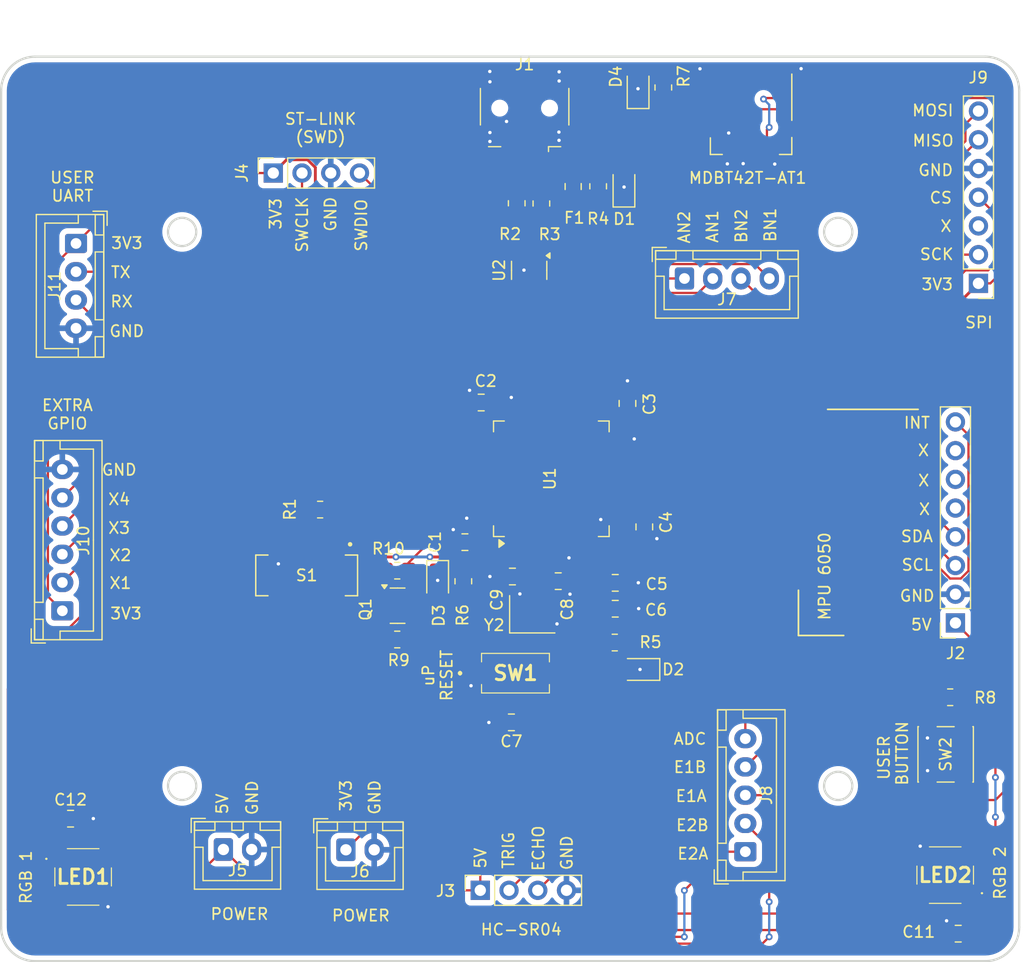
<source format=kicad_pcb>
(kicad_pcb (version 20241229) (generator "pcbnew") (generator_version "9.0")
  (layers (0 "F.Cu" signal) (2 "B.Cu" signal) (13 "F.Paste" user) (15 "B.Paste" user) (5 "F.SilkS" user "F.Silkscreen") (7 "B.SilkS" user "B.Silkscreen") (1 "F.Mask" user) (3 "B.Mask" user) (25 "Edge.Cuts" user))
  (net 0 "")
  (net 1 "unconnected-(U1-PA5-Pad21)")
  (net 2 "/PS2_SCK")
  (net 3 "/PS2_MISO")
  (net 5 "/PS2_CS")
  (net 6 "/PS2_MOSI")
  (net 7 "Net-(U1-PA1)")
  (net 9 "/X4")
  (net 10 "/X3")
  (net 11 "/X1")
  (net 12 "/X2")
  (net 13 "/USER_TX")
  (net 16 "/USER_RX")
  (net 21 "/RESET")
  (net 28 "+3V3")
  (net 29 "GND")
  (net 33 "Net-(R1-Pad2)")
  (net 34 "/BOOT")
  (net 35 "/OSC_OUT")
  (net 36 "/OSC_IN")
  (net 37 "Net-(D1-A)")
  (net 39 "/D+")
  (net 40 "/D-")
  (net 41 "Net-(J1-VBUS)")
  (net 42 "/USB_CONN_D+")
  (net 43 "/USB_CONN_D-")
  (net 44 "Vusb")
  (net 45 "/USB_D+")
  (net 46 "/USB_D-")
  (net 47 "Net-(D2-A)")
  (net 48 "Net-(D3-A)")
  (net 49 "/USER_LED")
  (net 51 "+5V")
  (net 52 "/IMU_INT")
  (net 54 "/IMU_I2C_SCL")
  (net 56 "/IMU_I2C_SDA")
  (net 65 "Net-(D4-A)")
  (net 66 "/BL_WAKEUP")
  (net 67 "/BL_RX")
  (net 68 "/BL_TX")
  (net 69 "Net-(MDBT42T-AT1-INDICATOR)")
  (net 70 "/ULTRA_TRIG")
  (net 71 "/ULTRA_ECHO")
  (net 72 "/SWCLK")
  (net 73 "/SWDIO")
  (net 74 "/uBUTTON")
  (net 75 "/BN1")
  (net 76 "/AN1")
  (net 77 "/AN2")
  (net 78 "/BN2")
  (net 79 "/E2A")
  (net 80 "/E2B")
  (net 81 "/E1A")
  (net 82 "/E1B")
  (net 83 "/PWR_ADC")
  (net 84 "Net-(LED1-DOUT)")
  (net 85 "Net-(LED1-DIN)")
  (net 87 "/RGB_DIN")
  (footprint "Resistor_SMD:R_0805_2012Metric_Pad1.20x1.40mm_HandSolder" (layer "F.Cu") (at 137.68 42.715 -90)
    (property "Reference" "R2")
    (property "Value" "22")
  )
  (footprint "Package_QFP:LQFP-64_10x10mm_P0.5mm" (layer "F.Cu") (at 140.74 67.085 90)
    (property "Reference" "U1")
    (property "Value" "STM32F103RCTx")
  )
  (footprint "Resistor_SMD:R_0805_2012Metric_Pad1.20x1.40mm_HandSolder" (layer "F.Cu") (at 127.1175 81.3 180)
    (property "Reference" "R9")
    (property "Value" "10k")
  )
  (footprint "Resistor_SMD:R_0805_2012Metric_Pad1.20x1.40mm_HandSolder" (layer "F.Cu") (at 139.86 42.735 90)
    (property "Reference" "R3")
    (property "Value" "22")
  )
  (footprint "Capacitor_SMD:C_0805_2012Metric_Pad1.18x1.45mm_HandSolder" (layer "F.Cu") (at 98.2375 97.15)
    (property "Reference" "C12")
    (property "Value" "0.1uF")
  )
  (footprint "Connector_JST:JST_XH_B2B-XH-A_1x02_P2.50mm_Vertical" (layer "F.Cu") (at 122.58 99.9)
    (property "Reference" "J6")
    (property "Value" "CONN_3V3")
  )
  (footprint "Connector_PinHeader_2.54mm:PinHeader_1x07_P2.54mm_Vertical" (layer "F.Cu") (at 178.5 49.8 180)
    (property "Reference" "J9")
    (property "Value" "CONN_PS2")
  )
  (footprint "Connector_JST:JST_XH_B5B-XH-A_1x05_P2.50mm_Vertical" (layer "F.Cu") (at 157.89 100.07 90)
    (property "Reference" "J8")
    (property "Value" "CONN_HAL")
  )
  (footprint "Connector_PinSocket_2.54mm:PinSocket_1x08_P2.54mm_Vertical" (layer "F.Cu") (at 176.465 79.835 180)
    (property "Reference" "J2")
    (property "Value" "CONN_MPU6050")
  )
  (footprint "LED_SMD:LED_0805_2012Metric_Pad1.15x1.40mm_HandSolder" (layer "F.Cu") (at 148.41 32.475 90)
    (property "Reference" "D4")
    (property "Value" "BL_IND_LED")
  )
  (footprint "Package_TO_SOT_SMD:SOT-23" (layer "F.Cu") (at 127.1475 78.31)
    (property "Reference" "Q1")
    (property "Value" "BSS138")
  )
  (footprint "LED_SMD:LED_0805_2012Metric_Pad1.15x1.40mm_HandSolder" (layer "F.Cu") (at 130.69 76.18 -90)
    (property "Reference" "D3")
    (property "Value" "USER_LED")
  )
  (footprint "Resistor_SMD:R_0805_2012Metric_Pad1.20x1.40mm_HandSolder" (layer "F.Cu") (at 146.3475 81.57)
    (property "Reference" "R5")
    (property "Value" "10k")
  )
  (footprint "RGB_LED:INPI55TATPRPGPB" (layer "F.Cu") (at 99.35 102.3)
    (property "Reference" "LED1")
    (property "Value" "IN-PI55TATPRPGPB" (hide yes))
  )
  (footprint "Fuse:Fuse_0805_2012Metric_Pad1.15x1.40mm_HandSolder" (layer "F.Cu") (at 142.67 41.235 -90)
    (property "Reference" "F1")
    (property "Value" "PTCSMD")
  )
  (footprint "Capacitor_SMD:C_0805_2012Metric_Pad1.18x1.45mm_HandSolder" (layer "F.Cu") (at 137.3 75.73 180)
    (property "Reference" "C9")
    (property "Value" "22pF")
  )
  (footprint "Resistor_SMD:R_0805_2012Metric_Pad1.20x1.40mm_HandSolder" (layer "F.Cu") (at 127.1175 75.21 180)
    (property "Reference" "R10")
    (property "Value" "10k")
  )
  (footprint "Connector_PinSocket_2.54mm:PinSocket_1x04_P2.54mm_Vertical" (layer "F.Cu") (at 116.16 40.04 90)
    (property "Reference" "J4")
    (property "Value" "CONN_SWD")
  )
  (footprint "Resistor_SMD:R_0805_2012Metric_Pad1.20x1.40mm_HandSolder" (layer "F.Cu") (at 176 86.41)
    (property "Reference" "R8")
    (property "Value" "10k")
  )
  (footprint "Connector_JST:JST_XH_B4B-XH-A_1x04_P2.50mm_Vertical" (layer "F.Cu") (at 98.72 46.27 -90)
    (property "Reference" "J11")
    (property "Value" "CONN_UART")
  )
  (footprint "MDBT42T-AT:MDBT42T" (layer "F.Cu") (at 158.4 32.8)
    (property "Reference" "MDBT42T-AT1" (hide yes))
    (property "Value" "MDBT42T-AT" (hide yes))
  )
  (footprint "Capacitor_SMD:C_0805_2012Metric_Pad1.18x1.45mm_HandSolder" (layer "F.Cu") (at 134.54 60.34 180)
    (property "Reference" "C2")
    (property "Value" "0.1uF")
  )
  (footprint "Resistor_SMD:R_0805_2012Metric_Pad1.20x1.40mm_HandSolder" (layer "F.Cu") (at 132.96 76.15 -90)
    (property "Reference" "R6")
    (property "Value" "10k")
  )
  (footprint "Resistor_SMD:R_0805_2012Metric_Pad1.20x1.40mm_HandSolder" (layer "F.Cu") (at 150.64 32.475 90)
    (property "Reference" "R7")
    (property "Value" "10k")
  )
  (footprint "Capacitor_SMD:C_0805_2012Metric_Pad1.18x1.45mm_HandSolder" (layer "F.Cu") (at 148.96 71.34 -90)
    (property "Reference" "C4")
    (property "Value" "0.1uF")
  )
  (footprint "Package_TO_SOT_SMD:SOT-23-6" (layer "F.Cu") (at 138.78 48.6475 -90)
    (property "Reference" "U2")
    (property "Value" "USBLC6-2SC6")
  )
  (footprint "Capacitor_SMD:C_0805_2012Metric_Pad1.18x1.45mm_HandSolder" (layer "F.Cu") (at 146.39 76.29)
    (property "Reference" "C5")
    (property "Value" "0.1uF")
  )
  (footprint "Connector_PinSocket_2.54mm:PinSocket_1x04_P2.54mm_Vertical" (layer "F.Cu") (at 134.46 103.485 90)
    (property "Reference" "J3")
    (property "Value" "CONN_ULTRA")
  )
  (footprint "Connector_JST:JST_XH_B4B-XH-A_1x04_P2.50mm_Vertical" (layer "F.Cu") (at 152.51 49.37)
    (property "Reference" "J7")
    (property "Value" "CONN_DRIVE")
  )
  (footprint "Crystal:Crystal_SMD_Abracon_ABM8G-4Pin_3.2x2.5mm" (layer "F.Cu") (at 139.0525 79.07)
    (property "Reference" "Y2")
    (property "Value" "16MHz")
  )
  (footprint "SW_uP_Reset:SW_uP_Reset" (layer "F.Cu") (at 137.57 84.28)
    (property "Reference" "SW1")
    (property "Value" "SW_uP_Reset" (hide yes))
  )
  (footprint "Capacitor_SMD:C_0805_2012Metric_Pad1.18x1.45mm_HandSolder" (layer "F.Cu") (at 146.39 78.58)
    (property "Reference" "C6")
    (property "Value" "10uF")
  )
  (footprint "Connector_JST:JST_XH_B2B-XH-A_1x02_P2.50mm_Vertical" (layer "F.Cu") (at 111.75 99.875)
    (property "Reference" "J5")
    (property "Value" "CONN_5V")
  )
  (footprint "LED_SMD:LED_0805_2012Metric_Pad1.15x1.40mm_HandSolder" (layer "F.Cu") (at 148.4675 83.95 180)
    (property "Reference" "D2")
    (property "Value" "uP_PWR_LED")
  )
  (footprint "Capacitor_SMD:C_0805_2012Metric_Pad1.18x1.45mm_HandSolder" (layer "F.Cu") (at 133.1 72.69 180)
    (property "Reference" "C1")
    (property "Value" "0.1uF")
  )
  (footprint "RGB_LED:INPI55TATPRPGPB" (layer "F.Cu") (at 175.56 102.14 180)
    (property "Reference" "LED2")
    (property "Value" "IN-PI55TATPRPGPB" (hide yes))
  )
  (footprint "Capacitor_SMD:C_0805_2012Metric_Pad1.18x1.45mm_HandSolder" (layer "F.Cu") (at 141.35 76.14)
    (property "Reference" "C8")
    (property "Value" "22pF")
  )
  (footprint "Resistor_SMD:R_0805_2012Metric_Pad1.20x1.40mm_HandSolder" (layer "F.Cu") (at 120.3 69.81 180)
    (property "Reference" "R1")
    (property "Value" "10k")
  )
  (footprint "Connector_JST:JST_XH_B6B-XH-A_1x06_P2.50mm_Vertical" (layer "F.Cu") (at 97.51 78.76 90)
    (property "Reference" "J10")
    (property "Value" "CONN_TRACK")
  )
  (footprint "Capacitor_SMD:C_0805_2012Metric_Pad1.18x1.45mm_HandSolder" (layer "F.Cu") (at 147.47 60.42 90)
    (property "Reference" "C3")
    (property "Value" "0.1uF")
  )
  (footprint "Button_Switch_SMD:SW_SPST_PTS647_Sx50" (layer "F.Cu") (at 175.6 91.46 -90)
    (property "Reference" "SW2")
    (property "Value" "SW_USER")
  )
  (footprint "LED_SMD:LED_0805_2012Metric_Pad1.15x1.40mm_HandSolder" (layer "F.Cu") (at 147.16 41.185 90)
    (property "Reference" "D1")
    (property "Value" "USB_PWR_LED")
  )
  (footprint "SW_uP_Boot:SW_uP_Boot" (layer "F.Cu") (at 119.11 75.63 180)
    (property "Reference" "S1")
    (property "Value" "JS202011SCQN")
  )
  (footprint "Capacitor_SMD:C_0805_2012Metric_Pad1.18x1.45mm_HandSolder" (layer "F.Cu") (at 176.71 107.32 180)
    (property "Reference" "C11")
    (property "Value" "0.1uF")
  )
  (footprint "Connector_USB:USB_Mini-B_Lumberg_2486_01_Horizontal" (layer "F.Cu") (at 138.38 34.3 180)
    (property "Reference" "J1")
    (property "Value" "USB_B_Mini")
  )
  (footprint "Capacitor_SMD:C_0805_2012Metric_Pad1.18x1.45mm_HandSolder" (layer "F.Cu") (at 137.21 88.63 180)
    (property "Reference" "C7")
    (property "Value" "0.01uF")
  )
  (footprint "Resistor_SMD:R_0805_2012Metric_Pad1.20x1.40mm_HandSolder" (layer "F.Cu") (at 144.88 41.215 90)
    (property "Reference" "R4")
    (property "Value" "10k")
  )
  (gr_line (start 162.585 80.945) (end 166.585 80.945) (stroke (width 0.15)) (layer "F.SilkS"))
  (gr_line (start 162.585 80.945) (end 162.585 76.945) (stroke (width 0.15)) (layer "F.SilkS"))
  (gr_line (start 173.165 60.945) (end 165.165 60.945) (stroke (width 0.15)) (layer "F.SilkS"))
  (gr_arc (start 179.1 29.750001) (mid 181.22132 30.628681) (end 182.1 32.750001) (stroke (width 0.2)) (layer "Edge.Cuts"))
  (gr_arc (start 182.1 106.750001) (mid 181.22132 108.871321) (end 179.1 109.750001) (stroke (width 0.2)) (layer "Edge.Cuts"))
  (gr_line (start 179.1 29.750001) (end 95.100001 29.750001) (stroke (width 0.2)) (layer "Edge.Cuts"))
  (gr_circle (center 108.1 94.250001) (end 109.35 94.250001) (stroke (width 0.2)) (fill no) (layer "Edge.Cuts"))
  (gr_circle (center 108.1 45.250001) (end 109.35 45.250001) (stroke (width 0.2)) (fill no) (layer "Edge.Cuts"))
  (gr_line (start 179.1 109.750001) (end 95.100001 109.750001) (stroke (width 0.2)) (layer "Edge.Cuts"))
  (gr_arc (start 95.100001 109.750001) (mid 92.97868 108.871321) (end 92.1 106.75) (stroke (width 0.2)) (layer "Edge.Cuts"))
  (gr_arc (start 92.1 32.750002) (mid 92.97868 30.628681) (end 95.100001 29.750001) (stroke (width 0.2)) (layer "Edge.Cuts"))
  (gr_line (start 182.1 106.750001) (end 182.1 32.750001) (stroke (width 0.2)) (layer "Edge.Cuts"))
  (gr_circle (center 166.1 94.250001) (end 167.35 94.250001) (stroke (width 0.2)) (fill no) (layer "Edge.Cuts"))
  (gr_circle (center 166.1 45.250001) (end 167.35 45.250001) (stroke (width 0.2)) (fill no) (layer "Edge.Cuts"))
  (gr_line (start 92.1 106.75) (end 92.1 32.750002) (stroke (width 0.2)) (layer "Edge.Cuts"))
  (gr_text "5V" (at 111.65 95.84 90) (layer "F.SilkS") (effects (font (size 1 1))))
  (gr_text "X2" (at 102.65 73.85 0) (layer "F.SilkS") (effects (font (size 1 1))))
  (gr_text "ECHO" (at 139.6 99.77 90) (layer "F.SilkS") (effects (font (size 1 1))))
  (gr_text "E1B" (at 153 92.59 0) (layer "F.SilkS") (effects (font (size 1 1))))
  (gr_text "AN1" (at 154.98 44.77 90) (layer "F.SilkS") (effects (font (size 1 1))))
  (gr_text "X" (at 173.73 69.78 0) (layer "F.SilkS") (effects (font (size 1 1))))
  (gr_text "GND" (at 121.22 43.68 90) (layer "F.SilkS") (effects (font (size 1 1))))
  (gr_text "MOSI" (at 174.46 34.51 0) (layer "F.SilkS") (effects (font (size 1 1))))
  (gr_text "3V3" (at 103.22 46.24 0) (layer "F.SilkS") (effects (font (size 1 1))))
  (gr_text "E2A" (at 153.25 100.25 0) (layer "F.SilkS") (effects (font (size 1 1))))
  (gr_text "TX" (at 102.68 48.82 0) (layer "F.SilkS") (effects (font (size 1 1))))
  (gr_text "GND" (at 103.21 54.03 0) (layer "F.SilkS") (effects (font (size 1 1))))
  (gr_text "HC-SR04" (at 138.08 106.96 0) (layer "F.SilkS") (effects (font (size 1 1))))
  (gr_text "3V3" (at 116.37 43.65 90) (layer "F.SilkS") (effects (font (size 1 1))))
  (gr_text "E1A" (at 153.1 95.15 0) (layer "F.SilkS") (effects (font (size 1 1))))
  (gr_text "X" (at 175.63 44.74 0) (layer "F.SilkS") (effects (font (size 1 1))))
  (gr_text "RX" (at 102.75 51.41 0) (layer "F.SilkS") (effects (font (size 1 1))))
  (gr_text "X4" (at 102.54 68.9 0) (layer "F.SilkS") (effects (font (size 1 1))))
  (gr_text "SCL" (at 173.1 74.7 0) (layer "F.SilkS") (effects (font (size 1 1))))
  (gr_text "SDA" (at 173.06 72.18 0) (layer "F.SilkS") (effects (font (size 1 1))))
  (gr_text "POWER" (at 123.9 105.72 0) (layer "F.SilkS") (effects (font (size 1 1))))
  (gr_text "GND" (at 125.12 95.26 90) (layer "F.SilkS") (effects (font (size 1 1))))
  (gr_text "3V3" (at 174.86 49.89 0) (layer "F.SilkS") (effects (font (size 1 1))))
  (gr_text "GND" (at 114.29 95.3 90) (layer "F.SilkS") (effects (font (size 1 1))))
  (gr_text "3V3" (at 103.14 79 0) (layer "F.SilkS") (effects (font (size 1 1))))
  (gr_text "MPU 6050" (at 165.485 79.685 90) (layer "F.SilkS") (effects (font (size 1 1)) (justify left bottom)))
  (gr_text "ADC" (at 153 90.09 0) (layer "F.SilkS") (effects (font (size 1 1))))
  (gr_text "uP \nRESET " (at 130.68 84.1 90) (layer "F.SilkS") (effects (font (size 1 1))))
  (gr_text "RGB 1" (at 94.29 102.33 90) (layer "F.SilkS") (effects (font (size 1 1))))
  (gr_text "5V" (at 173.45 79.99 0) (layer "F.SilkS") (effects (font (size 1 1))))
  (gr_text "INT" (at 173.06 62.13 0) (layer "F.SilkS") (effects (font (size 1 1))))
  (gr_text "SWDIO" (at 123.94 44.66 90) (layer "F.SilkS") (effects (font (size 1 1))))
  (gr_text "GND" (at 173.08 77.44 0) (layer "F.SilkS") (effects (font (size 1 1))))
  (gr_text "3V3" (at 122.58 95.11 90) (layer "F.SilkS") (effects (font (size 1 1))))
  (gr_text "SCK" (at 174.81 47.23 0) (layer "F.SilkS") (effects (font (size 1 1))))
  (gr_text "USER\nUART" (at 98.4 41.25 0) (layer "F.SilkS") (effects (font (size 1 1))))
  (gr_text "TRIG" (at 136.95 99.95 90) (layer "F.SilkS") (effects (font (size 1 1))))
  (gr_text "EXTRA\nGPIO" (at 97.96 61.39 0) (layer "F.SilkS") (effects (font (size 1 1))))
  (gr_text "GND\n" (at 174.72 39.79 0) (layer "F.SilkS") (effects (font (size 1 1))))
  (gr_text "GND" (at 102.54 66.29 0) (layer "F.SilkS") (effects (font (size 1 1))))
  (gr_text "X3" (at 102.54 71.44 0) (layer "F.SilkS") (effects (font (size 1 1))))
  (gr_text "X1" (at 102.65 76.31 0) (layer "F.SilkS") (effects (font (size 1 1))))
  (gr_text "X" (at 173.66 67.24 0) (layer "F.SilkS") (effects (font (size 1 1))))
  (gr_text "CS" (at 175.17 42.23 0) (layer "F.SilkS") (effects (font (size 1 1))))
  (gr_text "USER \nBUTTON" (at 170.95 91.37 90) (layer "F.SilkS") (effects (font (size 1 1))))
  (gr_text "BN1" (at 160.1 44.63 90) (layer "F.SilkS") (effects (font (size 1 1))))
  (gr_text "MISO" (at 174.49 37.18 0) (layer "F.SilkS") (effects (font (size 1 1))))
  (gr_text "X" (at 173.64 64.57 0) (layer "F.SilkS") (effects (font (size 1 1))))
  (gr_text "SPI" (at 178.54 53.26 0) (layer "F.SilkS") (effects (font (size 1 1))))
  (gr_text "MDBT42T-AT1" (at 158.1 40.47 0) (layer "F.SilkS") (effects (font (size 1 1))))
  (gr_text "GND" (at 142.11 100.17 90) (layer "F.SilkS") (effects (font (size 1 1))))
  (gr_text "AN2" (at 152.49 44.83 90) (layer "F.SilkS") (effects (font (size 1 1))))
  (gr_text "SWCLK" (at 118.71 44.6 90) (layer "F.SilkS") (effects (font (size 1 1))))
  (gr_text "ST-LINK\n(SWD)" (at 120.34 36.06 0) (layer "F.SilkS") (effects (font (size 1 1))))
  (gr_text "5V" (at 134.48 100.64 90) (layer "F.SilkS") (effects (font (size 1 1))))
  (gr_text "POWER" (at 113.17 105.59 0) (layer "F.SilkS") (effects (font (size 1 1))))
  (gr_text "RGB 2" (at 180.4 101.94 90) (layer "F.SilkS") (effects (font (size 1 1))))
  (gr_text "E2B" (at 153.21 97.73 0) (layer "F.SilkS") (effects (font (size 1 1))))
  (gr_text "BN2" (at 157.54 44.72 90) (layer "F.SilkS") (effects (font (size 1 1))))
  (segment (start 146.415 68.835) (end 146.415 68.884) (width 0.2) (layer "F.Cu") (net 1))
  (segment (start 146.415 68.884) (end 146.5 68.884) (width 0.2) (layer "F.Cu") (net 1))
  (segment (start 145.1342 54) (end 169 54) (width 0.2) (layer "F.Cu") (net 2))
  (segment (start 175.74 47.26) (end 178.5 47.26) (width 0.2) (layer "F.Cu") (net 2))
  (segment (start 143.99 61.41) (end 143.99 55.1442) (width 0.2) (layer "F.Cu") (net 2))
  (segment (start 169 54) (end 175.74 47.26) (width 0.2) (layer "F.Cu") (net 2))
  (segment (start 143.99 55.1442) (end 145.1342 54) (width 0.2) (layer "F.Cu") (net 2))
  (segment (start 146.03355 52.53355) (end 143.5 55.0671) (width 0.2) (layer "F.Cu") (net 3))
  (segment (start 143.5 55.0671) (end 143.5 56) (width 0.2) (layer "F.Cu") (net 3))
  (segment (start 178.5 37.1) (end 163.06645 52.53355) (width 0.2) (layer "F.Cu") (net 3))
  (segment (start 143.49 56.01) (end 143.49 61.41) (width 0.2) (layer "F.Cu") (net 3))
  (segment (start 143.5 56) (end 143.49 56.01) (width 0.2) (layer "F.Cu") (net 3))
  (segment (start 163.06645 52.53355) (end 146.03355 52.53355) (width 0.2) (layer "F.Cu") (net 3))
  (segment (start 180 43.68) (end 180 48) (width 0.2) (layer "F.Cu") (net 5))
  (segment (start 177.349 48.649) (end 179.351 48.649) (width 0.2) (layer "F.Cu") (net 5))
  (segment (start 180 48) (end 179.351 48.649) (width 0.2) (layer "F.Cu") (net 5))
  (segment (start 178.5 42.18) (end 180 43.68) (width 0.2) (layer "F.Cu") (net 5))
  (segment (start 161.569 54.5) (end 172.5 54.5) (width 0.2) (layer "F.Cu") (net 5))
  (segment (start 155.5 60.569) (end 161.569 54.5) (width 0.2) (layer "F.Cu") (net 5))
  (segment (start 155.5 60.569) (end 145.331 60.569) (width 0.2) (layer "F.Cu") (net 5))
  (segment (start 145.331 60.569) (end 144.49 61.41) (width 0.2) (layer "F.Cu") (net 5))
  (segment (start 172.5 54.5) (end 172.5 53.498) (width 0.2) (layer "F.Cu") (net 5))
  (segment (start 172.5 53.498) (end 177.349 48.649) (width 0.2) (layer "F.Cu") (net 5))
  (segment (start 155.5981 60.569) (end 155.5 60.569) (width 0.2) (layer "F.Cu") (net 5))
  (segment (start 142.99 55.01) (end 142.99 61.41) (width 0.2) (layer "F.Cu") (net 6))
  (segment (start 162.5671 52) (end 146 52) (width 0.2) (layer "F.Cu") (net 6))
  (segment (start 177.349 37.2181) (end 162.5671 52) (width 0.2) (layer "F.Cu") (net 6))
  (segment (start 146 52) (end 142.99 55.01) (width 0.2) (layer "F.Cu") (net 6))
  (segment (start 178.5 34.56) (end 177.349 35.711) (width 0.2) (layer "F.Cu") (net 6))
  (segment (start 177.349 35.711) (end 177.349 37.2181) (width 0.2) (layer "F.Cu") (net 6))
  (segment (start 143.99 72.76) (end 144.49 72.76) (width 0.254) (layer "F.Cu") (net 7))
  (segment (start 97.51 68.76) (end 100.935 65.335) (width 0.2) (layer "F.Cu") (net 9))
  (segment (start 100.935 65.335) (end 135.065 65.335) (width 0.2) (layer "F.Cu") (net 9))
  (segment (start 102.935 65.835) (end 135.065 65.835) (width 0.2) (layer "F.Cu") (net 10))
  (segment (start 97.51 71.26) (end 102.935 65.835) (width 0.2) (layer "F.Cu") (net 10))
  (segment (start 97.51 76.26) (end 106.935 66.835) (width 0.2) (layer "F.Cu") (net 11))
  (segment (start 106.935 66.835) (end 135.065 66.835) (width 0.2) (layer "F.Cu") (net 11))
  (segment (start 97.51 73.76) (end 104.935 66.335) (width 0.2) (layer "F.Cu") (net 12))
  (segment (start 104.935 66.335) (end 135.065 66.335) (width 0.2) (layer "F.Cu") (net 12))
  (segment (start 123.835 64.335) (end 135.065 64.335) (width 0.2) (layer "F.Cu") (net 13))
  (segment (start 108.27 48.77) (end 123.835 64.335) (width 0.2) (layer "F.Cu") (net 13))
  (segment (start 98.72 48.77) (end 108.27 48.77) (width 0.2) (layer "F.Cu") (net 13))
  (segment (start 112.285 64.835) (end 135.065 64.835) (width 0.2) (layer "F.Cu") (net 16))
  (segment (start 98.72 51.27) (end 112.285 64.835) (width 0.2) (layer "F.Cu") (net 16))
  (segment (start 143.728608 81.471392) (end 143.728608 75.271392) (width 0.2) (layer "F.Cu") (net 21))
  (segment (start 141.102176 74.681) (end 139.99 73.568824) (width 0.2) (layer "F.Cu") (net 21))
  (segment (start 139.99 73.568824) (end 139.99 72.76) (width 0.2) (layer "F.Cu") (net 21))
  (segment (start 138.2475 86.9525) (end 140.92 84.28) (width 0.2) (layer "F.Cu") (net 21))
  (segment (start 143.728608 75.271392) (end 143.138216 74.681) (width 0.2) (layer "F.Cu") (net 21))
  (segment (start 138.2475 88.63) (end 138.2475 86.9525) (width 0.2) (layer "F.Cu") (net 21))
  (segment (start 140.92 84.28) (end 143.728608 81.471392) (width 0.2) (layer "F.Cu") (net 21))
  (segment (start 143.138216 74.681) (end 141.102176 74.681) (width 0.2) (layer "F.Cu") (net 21))
  (segment (start 127.0185 79.830968) (end 127.2485 79.600968) (width 0.2) (layer "F.Cu") (net 28))
  (segment (start 159.591 33.409) (end 179.408 33.409) (width 0.2) (layer "F.Cu") (net 28))
  (segment (start 147.295 63.335) (end 147.47 63.16) (width 0.254) (layer "F.Cu") (net 28))
  (segment (start 159.8 36.2) (end 160 36) (width 0.2) (layer "F.Cu") (net 28))
  (segment (start 123.7875 72.88) (end 124.95375 74.04625) (width 0.2) (layer "F.Cu") (net 28))
  (segment (start 133.78 71.21) (end 133.78 72.3325) (width 0.254) (layer "F.Cu") (net 28))
  (segment (start 177.05384 95.5) (end 180 95.5) (width 0.2) (layer "F.Cu") (net 28))
  (segment (start 181 56) (end 178.4 53.4) (width 0.2) (layer "F.Cu") (net 28))
  (segment (start 145.3525 78.58) (end 145.3525 76.29) (width 0.508) (layer "F.Cu") (net 28))
  (segment (start 135.6475 60.27) (end 135.5775 60.34) (width 0.254) (layer "F.Cu") (net 28))
  (segment (start 148.4925 69.835) (end 148.96 70.3025) (width 0.254) (layer "F.Cu") (net 28))
  (segment (start 132.8275 74) (end 130 74) (width 0.254) (layer "F.Cu") (net 28))
  (segment (start 159.8 38) (end 159.8 36.2) (width 0.2) (layer "F.Cu") (net 28))
  (segment (start 117.338 38.862) (end 116.16 40.04) (width 0.254) (layer "F.Cu") (net 28))
  (segment (start 147.47 63.16) (end 147.47 61.4575) (width 0.254) (layer "F.Cu") (net 28))
  (segment (start 142.99 72.76) (end 142.99 70.305) (width 0.254) (layer "F.Cu") (net 28))
  (segment (start 124.95375 74.04625) (end 126.1175 75.21) (width 0.2) (layer "F.Cu") (net 28))
  (segment (start 174.9 53.4) (end 178.5 49.8) (width 0.254) (layer "F.Cu") (net 28))
  (segment (start 175 93.44616) (end 177.05384 95.5) (width 0.2) (layer "F.Cu") (net 28))
  (segment (start 142.99 70.305) (end 142.52 69.835) (width 0.254) (layer "F.Cu") (net 28))
  (segment (start 181 94.5) (end 181 56) (width 0.2) (layer "F.Cu") (net 28))
  (segment (start 180 95.5) (end 181 94.5) (width 0.2) (layer "F.Cu") (net 28))
  (segment (start 166.8425 61.4575) (end 174.9 53.4) (width 0.254) (layer "F.Cu") (net 28))
  (segment (start 136.66 60.27) (end 135.6475 60.27) (width 0.254) (layer "F.Cu") (net 28))
  (segment (start 136.99 61.41) (end 136.99 60.6) (width 0.254) (layer "F.Cu") (net 28))
  (segment (start 175 86.41) (end 175 93.44616) (width 0.2) (layer "F.Cu") (net 28))
  (segment (start 144.93 69.385) (end 144.48 69.835) (width 0.254) (layer "F.Cu") (net 28))
  (segment (start 179.408 33.409) (end 180.401 34.402) (width 0.2) (layer "F.Cu") (net 28))
  (segment (start 142.99 73.9275) (end 145.3525 76.29) (width 0.254) (layer "F.Cu") (net 28))
  (segment (start 180.401 48.949) (end 179.55 49.8) (width 0.2) (layer "F.Cu") (net 28))
  (segment (start 126.21 77.36) (end 126.21 75.3025) (width 0.2) (layer "F.Cu") (net 28))
  (segment (start 122.58 99.9) (end 127.0185 95.4615) (width 0.2) (layer "F.Cu") (net 28))
  (segment (start 145.155 63.335) (end 144.93 63.56) (width 0.254) (layer "F.Cu") (net 28))
  (segment (start 121.61 72.88) (end 123.7875 72.88) (width 0.2) (layer "F.Cu") (net 28))
  (segment (start 104.95 40.04) (end 116.16 40.04) (width 0.2) (layer "F.Cu") (net 28))
  (segment (start 122.6 99.9) (end 123 99.5) (width 0.2) (layer "F.Cu") (net 28))
  (segment (start 136.99 60.6) (end 136.66 60.27) (width 0.254) (layer "F.Cu") (net 28))
  (segment (start 135.5775 60.34) (end 119.878 44.6405) (width 0.254) (layer "F.Cu") (net 28))
  (segment (start 133.78 72.3325) (end 134.1375 72.69) (width 0.254) (layer "F.Cu") (net 28))
  (segment (start 119.878 44.6405) (end 119.878 39.552056) (width 0.254) (layer "F.Cu") (net 28))
  (segment (start 144.48 69.835) (end 142.52 69.835) (width 0.254) (layer "F.Cu") (net 28))
  (segment (start 144.93 63.56) (end 144.93 69.385) (width 0.254) (layer "F.Cu") (net 28))
  (segment (start 147.47 61.4575) (end 166.8425 61.4575) (width 0.254) (layer "F.Cu") (net 28))
  (segment (start 137.615 69.835) (end 136.99 69.21) (width 0.254) (layer "F.Cu") (net 28))
  (segment (start 159.5 33.5) (end 159.591 33.409) (width 0.2) (layer "F.Cu") (net 28))
  (segment (start 96.234 48.756) (end 98.72 46.27) (width 0.2) (layer "F.Cu") (net 28))
  (segment (start 127.2485 79.600968) (end 127.2485 78.919032) (width 0.2) (layer "F.Cu") (net 28))
  (segment (start 136.99 69.21) (end 136.99 61.41) (width 0.254) (layer "F.Cu") (net 28))
  (segment (start 142.99 72.76) (end 142.99 73.9275) (width 0.254) (layer "F.Cu") (net 28))
  (segment (start 127 74) (end 125 74) (width 0.254) (layer "F.Cu") (net 28))
  (segment (start 145.3475 78.585) (end 145.3525 78.58) (width 0.508) (layer "F.Cu") (net 28))
  (segment (start 180.401 34.402) (end 180.401 48.949) (width 0.2) (layer "F.Cu") (net 28))
  (segment (start 145.3475 81.57) (end 145.3475 78.585) (width 0.508) (layer "F.Cu") (net 28))
  (segment (start 136.99 69.21) (end 136.99 70.45) (width 0.254) (layer "F.Cu") (net 28))
  (segment (start 119.878 39.552056) (end 119.187944 38.862) (width 0.254) (layer "F.Cu") (net 28))
  (segment (start 122.58 99.9) (end 122.6 99.9) (width 0.2) (layer "F.Cu") (net 28))
  (segment (start 134.155 70.835) (end 133.78 71.21) (width 0.254) (layer "F.Cu") (net 28))
  (segment (start 146.415 69.835) (end 148.4925 69.835) (width 0.254) (layer "F.Cu") (net 28))
  (segment (start 119.187944 38.862) (end 117.338 38.862) (width 0.254) (layer "F.Cu") (net 28))
  (segment (start 125 74) (end 124.95375 74.04625) (width 0.254) (layer "F.Cu") (net 28))
  (segment (start 146.415 63.335) (end 147.295 63.335) (width 0.254) (layer "F.Cu") (net 28))
  (segment (start 127.2485 78.919032) (end 126.21 77.880532) (width 0.2) (layer "F.Cu") (net 28))
  (segment (start 178.4 53.4) (end 174.9 53.4) (width 0.2) (layer "F.Cu") (net 28))
  (segment (start 96.234 77.484) (end 96.234 48.756) (width 0.2) (layer "F.Cu") (net 28))
  (segment (start 97.51 78.76) (end 96.234 77.484) (width 0.2) (layer "F.Cu") (net 28))
  (segment (start 136.605 70.835) (end 135.065 70.835) (width 0.254) (layer "F.Cu") (net 28))
  (segment (start 98.72 46.27) (end 104.95 40.04) (width 0.2) (layer "F.Cu") (net 28))
  (segment (start 127.0185 95.4615) (end 127.0185 79.830968) (width 0.2) (layer "F.Cu") (net 28))
  (segment (start 146.415 69.835) (end 144.48 69.835) (width 0.254) (layer "F.Cu") (net 28))
  (segment (start 135.065 70.835) (end 134.155 70.835) (width 0.254) (layer "F.Cu") (net 28))
  (segment (start 146.415 63.335) (end 145.155 63.335) (width 0.254) (layer "F.Cu") (net 28))
  (segment (start 126.21 77.880532) (end 126.21 77.36) (width 0.2) (layer "F.Cu") (net 28))
  (segment (start 142.52 69.835) (end 137.615 69.835) (width 0.254) (layer "F.Cu") (net 28))
  (segment (start 126.21 75.3025) (end 126.1175 75.21) (width 0.2) (layer "F.Cu") (net 28))
  (segment (start 179.55 49.8) (end 178.5 49.8) (width 0.2) (layer "F.Cu") (net 28))
  (segment (start 134.1375 72.69) (end 132.8275 74) (width 0.254) (layer "F.Cu") (net 28))
  (segment (start 136.99 70.45) (end 136.605 70.835) (width 0.254) (layer "F.Cu") (net 28))
  (via (at 127 74) (size 0.6) (drill 0.3) (layers "F.Cu" "B.Cu") (net 28))
  (via (at 160 36) (size 0.6) (drill 0.3) (layers "F.Cu" "B.Cu") (net 28))
  (via (at 130 74) (size 0.6) (drill 0.3) (layers "F.Cu" "B.Cu") (net 28))
  (via (at 159.5 33.5) (size 0.6) (drill 0.3) (layers "F.Cu" "B.Cu") (net 28))
  (segment (start 130 74) (end 127 74) (width 0.254) (layer "B.Cu") (net 28))
  (segment (start 160 36) (end 160 34) (width 0.2) (layer "B.Cu") (net 28))
  (segment (start 160 34) (end 159.5 33.5) (width 0.2) (layer "B.Cu") (net 28))
  (segment (start 145.465 70.335) (end 145.11 70.69) (width 0.254) (layer "F.Cu") (net 29))
  (segment (start 137.96 77.27) (end 137.96 78.2125) (width 0.508) (layer "F.Cu") (net 29))
  (segment (start 148.43 76.28) (end 147.4375 76.28) (width 0.508) (layer "F.Cu") (net 29))
  (segment (start 173.36 99.59) (end 173.35 99.58) (width 0.508) (layer "F.Cu") (net 29))
  (segment (start 135.31 75.73) (end 136.2625 75.73) (width 0.508) (layer "F.Cu") (net 29))
  (segment (start 160.5 39.24) (end 160.49 39.25) (width 0.381) (layer "F.Cu") (net 29))
  (segment (start 175.6725 106.1875) (end 175.68 106.18) (width 0.508) (layer "F.Cu") (net 29))
  (segment (start 100.24 97.15) (end 100.25 97.14) (width 0.508) (layer "F.Cu") (net 29))
  (segment (start 135.065 70.335) (end 133.495 70.335) (width 0.254) (layer "F.Cu") (net 29))
  (segment (start 174 88.835) (end 174 90) (width 0.508) (layer "F.Cu") (net 29))
  (segment (start 160.5 38) (end 160.5 39.24) (width 0.381) (layer "F.Cu") (net 29))
  (segment (start 173.36 100.54) (end 173.36 99.59) (width 0.508) (layer "F.Cu") (net 29))
  (segment (start 137.96 78.2125) (end 137.9525 78.22) (width 0.508) (layer "F.Cu") (net 29))
  (segment (start 147.4375 78.57) (end 147.4275 78.58) (width 0.508) (layer "F.Cu") (net 29))
  (segment (start 141.24 79.92) (end 140.1525 79.92) (width 0.508) (layer "F.Cu") (net 29))
  (segment (start 136.1725 88.63) (end 135.23 88.63) (width 0.508) (layer "F.Cu") (net 29))
  (segment (start 138.78 48.17) (end 138.32 48.63) (width 0.254) (layer "F.Cu") (net 29))
  (segment (start 148.41 33.5) (end 148.41 32.595) (width 0.508) (layer "F.Cu") (net 29))
  (segment (start 138.78 47.51) (end 138.78 48.17) (width 0.254) (layer "F.Cu") (net 29))
  (segment (start 135.23 88.63) (end 135.22 88.64) (width 0.508) (layer "F.Cu") (net 29))
  (segment (start 133.51 60.3325) (end 133.5025 60.34) (width 0.508) (layer "F.Cu") (net 29))
  (segment (start 137.49 61.41) (end 137.49 60.18) (width 0.254) (layer "F.Cu") (net 29))
  (segment (start 133.495 70.335) (end 133.26 70.57) (width 0.254) (layer "F.Cu") (net 29))
  (segment (start 142.39 76.1425) (end 142.3875 76.14) (width 0.508) (layer "F.Cu") (net 29))
  (segment (start 137.49 60.18) (end 137.2 59.89) (width 0.254) (layer "F.Cu") (net 29))
  (segment (start 132.07 71.58) (end 132.07 72.6825) (width 0.508) (layer "F.Cu") (net 29))
  (segment (start 146.415 63.835) (end 147.795 63.835) (width 0.254) (layer "F.Cu") (net 29))
  (segment (start 132.07 72.6825) (end 132.0625 72.69) (width 0.508) (layer "F.Cu") (net 29))
  (segment (start 155.2 30.8) (end 155.18 30.82) (width 0.381) (layer "F.Cu") (net 29))
  (segment (start 147.795 63.835) (end 148.07 63.56) (width 0.254) (layer "F.Cu") (net 29))
  (segment (start 133.64 85.39) (end 133.64 84.86) (width 0.508) (layer "F.Cu") (net 29))
  (segment (start 174 94.085) (end 174 92.9) (width 0.508) (layer "F.Cu") (net 29))
  (segment (start 136.78 37) (end 136.78 35.48) (width 0.381) (layer "F.Cu") (net 29))
  (segment (start 116.61 74.61) (end 116.61 72.88) (width 0.508) (layer "F.Cu") (net 29))
  (segment (start 155.2 36.5) (end 156.42 36.5) (width 0.381) (layer "F.Cu") (net 29))
  (segment (start 155.18 30.82) (end 153.88 30.82) (width 0.381) (layer "F.Cu") (net 29))
  (segment (start 147.17 42.2) (end 147.16 42.21) (width 0.508) (layer "F.Cu") (net 29))
  (segment (start 174 90) (end 173.99 90.01) (width 0.508) (layer "F.Cu") (net 29))
  (segment (start 142.39 77.29) (end 142.39 76.1425) (width 0.508) (layer "F.Cu") (net 29))
  (segment (start 148.9625 72.38) (end 148.96 72.3775) (width 0.508) (layer "F.Cu") (net 29))
  (segment (start 130.69 76.07) (end 130.69 75.155) (width 0.508) (layer "F.Cu") (net 29))
  (segment (start 156.3 38) (end 156.3 39.23) (width 0.381) (layer "F.Cu") (net 29))
  (segment (start 157.7 38) (end 157.7 39.21) (width 0.381) (layer "F.Cu") (net 29))
  (segment (start 147.47 58.42) (end 147.47 59.3825) (width 0.508) (layer "F.Cu") (net 29))
  (segment (start 142.49 72.76) (end 142.49 73.89) (width 0.254) (layer "F.Cu") (net 29))
  (segment (start 133.51 59.26) (end 133.51 60.3325) (width 0.508) (layer "F.Cu") (net 29))
  (segment (start 148.58 83.95) (end 149.4925 83.95) (width 0.508) (layer "F.Cu") (net 29))
  (segment (start 175.6725 107.32) (end 175.6725 106.1875) (width 0.508) (layer "F.Cu") (net 29))
  (segment (start 147.17 41.28) (end 147.17 42.2) (width 0.508) (layer "F.Cu") (net 29))
  (segment (start 133.64 84.86) (end 134.22 84.28) (width 0.508) (layer "F.Cu") (net 29))
  (segment (start 101.55 103.9) (end 101.55 104.94) (width 0.508) (layer "F.Cu") (net 29))
  (segment (start 142.49 73.89) (end 142.3 74.08) (width 0.254) (layer "F.Cu") (net 29))
  (segment (start 147.4375 76.28) (end 147.4275 76.29) (width 0.508) (layer "F.Cu") (net 29))
  (segment (start 146.415 70.335) (end 145.465 70.335) (width 0.254) (layer "F.Cu") (net 29))
  (segment (start 148.46 78.57) (end 147.4375 78.57) (width 0.508) (layer "F.Cu") (net 29))
  (segment (start 148.41 32.595) (end 148.4 32.585) (width 0.508) (layer "F.Cu") (net 29))
  (segment (start 161.6 30.8) (end 162.81 30.8) (width 0.381) (layer "F.Cu") (net 29))
  (segment (start 150.07 72.38) (end 148.9625 72.38) (width 0.508) (layer "F.Cu") (net 29))
  (segment (start 162.81 30.8) (end 162.82 30.81) (width 0.381) (layer "F.Cu") (net 29))
  (segment (start 99.275 97.15) (end 100.24 97.15) (width 0.508) (layer "F.Cu") (net 29))
  (via (at 135.3 31.06) (size 0.6) (drill 0.3) (layers "F.Cu" "B.Cu") (net 29))
  (via (at 135.31 31.97) (size 0.6) (drill 0.3) (layers "F.Cu" "B.Cu") (net 29))
  (via (at 138.32 48.63) (size 0.6) (drill 0.3) (layers "F.Cu" "B.Cu") (net 29))
  (via (at 101.55 104.94) (size 0.6) (drill 0.3) (layers "F.Cu" "B.Cu") (net 29))
  (via (at 136.78 35.48) (size 0.6) (drill 0.3) (layers "F.Cu" "B.Cu") (net 29))
  (via (at 137.2 59.89) (size 0.6) (drill 0.3) (layers "F.Cu" "B.Cu") (net 29))
  (via (at 135.31 36.46) (size 0.6) (drill 0.3) (layers "F.Cu" "B.Cu") (net 29))
  (via (at 100.25 97.14) (size 0.6) (drill 0.3) (layers "F.Cu" "B.Cu") (net 29))
  (via (at 148.43 76.28) (size 0.6) (drill 0.3) (layers "F.Cu" "B.Cu") (net 29))
  (via (at 133.26 70.57) (size 0.6) (drill 0.3) (layers "F.Cu" "B.Cu") (net 29))
  (via (at 160.49 39.25) (size 0.6) (drill 0.3) (layers "F.Cu" "B.Cu") (net 29))
  (via (at 156.3 39.23) (size 0.6) (drill 0.3) (layers "F.Cu" "B.Cu") (net 29))
  (via (at 135.31 75.73) (size 0.6) (drill 0.3) (layers "F.Cu" "B.Cu") (net 29))
  (via (at 141.24 79.92) (size 0.6) (drill 0.3) (layers "F.Cu" "B.Cu") (net 29))
  (via (at 116.61 74.61) (size 0.6) (drill 0.3) (layers "F.Cu" "B.Cu") (net 29))
  (via (at 162.82 30.81) (size 0.6) (drill 0.3) (layers "F.Cu" "B.Cu") (net 29))
  (via (at 150.07 72.38) (size 0.6) (drill 0.3) (layers "F.Cu" "B.Cu") (net 29))
  (via (at 174 92.9) (size 0.6) (drill 0.3) (layers "F.Cu" "B.Cu") (net 29))
  (via (at 132.07 71.58) (size 0.6) (drill 0.3) (layers "F.Cu" "B.Cu") (net 29))
  (via (at 133.64 85.39) (size 0.6) (drill 0.3) (layers "F.Cu" "B.Cu") (net 29))
  (via (at 141.41 36.42) (size 0.6) (drill 0.3) (layers "F.Cu" "B.Cu") (net 29))
  (via (at 145.11 70.69) (size 0.6) (drill 0.3) (layers "F.Cu" "B.Cu") (net 29))
  (via (at 173.35 99.58) (size 0.6) (drill 0.3) (layers "F.Cu" "B.Cu") (net 29))
  (via (at 153.88 30.82) (size 0.6) (drill 0.3) (layers "F.Cu" "B.Cu") (net 29))
  (via (at 148.58 83.95) (size 0.6) (drill 0.3) (layers "F.Cu" "B.Cu") (net 29))
  (via (at 135.22 88.64) (size 0.6) (drill 0.3) (layers "F.Cu" "B.Cu") (net 29))
  (via (at 141.42 37.15) (size 0.6) (drill 0.3) (layers "F.Cu" "B.Cu") (net 29))
  (via (at 141.43 31.9) (size 0.6) (drill 0.3) (layers "F.Cu" "B.Cu") (net 29))
  (via (at 141.43 31.09) (size 0.6) (drill 0.3) (layers "F.Cu" "B.Cu") (net 29))
  (via (at 157.7 39.21) (size 0.6) (drill 0.3) (layers "F.Cu" "B.Cu") (net 29))
  (via (at 175.68 106.18) (size 0.6) (drill 0.3) (layers "F.Cu" "B.Cu") (net 29))
  (via (at 148.46 78.57) (size 0.6) (drill 0.3) (layers "F.Cu" "B.Cu") (net 29))
  (via (at 137.96 77.27) (size 0.6) (drill 0.3) (layers "F.Cu" "B.Cu") (net 29))
  (via (at 148.07 63.56) (size 0.6) (drill 0.3) (layers "F.Cu" "B.Cu") (net 29))
  (via (at 148.4 32.585) (size 0.6) (drill 0.3) (layers "F.Cu" "B.Cu") (net 29))
  (via (at 156.42 36.5) (size 0.6) (drill 0.3) (layers "F.Cu" "B.Cu") (net 29))
  (via (at 130.69 76.07) (size 0.6) (drill 0.3) (layers "F.Cu" "B.Cu") (net 29))
  (via (at 133.51 59.26) (size 0.6) (drill 0.3) (layers "F.Cu" "B.Cu") (net 29))
  (via (at 142.39 77.29) (size 0.6) (drill 0.3) (layers "F.Cu" "B.Cu") (net 29))
  (via (at 173.99 90.01) (size 0.6) (drill 0.3) (layers "F.Cu" "B.Cu") (net 29))
  (via (at 142.3 74.08) (size 0.6) (drill 0.3) (layers "F.Cu" "B.Cu") (net 29))
  (via (at 147.47 58.42) (size 0.6) (drill 0.3) (layers "F.Cu" "B.Cu") (net 29))
  (via (at 135.31 37.25) (size 0.6) (drill 0.3) (layers "F.Cu" "B.Cu") (net 29))
  (via (at 147.17 41.28) (size 0.6) (drill 0.3) (layers "F.Cu" "B.Cu") (net 29))
  (segment (start 119.11 72.88) (end 119.11 70) (width 0.2) (layer "F.Cu") (net 33))
  (segment (start 119.11 70) (end 119.3 69.81) (width 0.2) (layer "F.Cu") (net 33))
  (segment (start 121.3 69.81) (end 122.275 68.835) (width 0.2) (layer "F.Cu") (net 34))
  (segment (start 122.275 68.835) (end 135.065 68.835) (width 0.2) (layer "F.Cu") (net 34))
  (segment (start 140.3125 75.0325) (end 140.3125 76.14) (width 0.254) (layer "F.Cu") (net 35))
  (segment (start 139.49 74.21) (end 140.3125 75.0325) (width 0.254) (layer "F.Cu") (net 35))
  (segment (start 140.3125 78.06) (end 140.1525 78.22) (width 0.254) (layer "F.Cu") (net 35))
  (segment (start 139.49 72.76) (end 139.49 74.21) (width 0.254) (layer "F.Cu") (net 35))
  (segment (start 140.3125 76.14) (end 140.3125 78.06) (width 0.254) (layer "F.Cu") (net 35))
  (segment (start 138.69 79.92) (end 139.03 79.58) (width 0.254) (layer "F.Cu") (net 36))
  (segment (start 137.9525 79.92) (end 138.69 79.92) (width 0.254) (layer "F.Cu") (net 36))
  (segment (start 138.99 73.83) (end 138.41 74.41) (width 0.254) (layer "F.Cu") (net 36))
  (segment (start 139.03 76.4225) (end 138.3375 75.73) (width 0.254) (layer "F.Cu") (net 36))
  (segment (start 138.41 74.41) (end 138.41 75.6575) (width 0.254) (layer "F.Cu") (net 36))
  (segment (start 139.03 79.58) (end 139.03 76.4225) (width 0.254) (layer "F.Cu") (net 36))
  (segment (start 138.99 72.76) (end 138.99 73.83) (width 0.254) (layer "F.Cu") (net 36))
  (segment (start 138.41 75.6575) (end 138.3375 75.73) (width 0.254) (layer "F.Cu") (net 36))
  (segment (start 147.105 40.215) (end 144.88 40.215) (width 0.508) (layer "F.Cu") (net 37))
  (segment (start 147.16 40.16) (end 147.105 40.215) (width 0.508) (layer "F.Cu") (net 37))
  (segment (start 138.555 38.675001) (end 138.555 40.095) (width 0.2) (layer "F.Cu") (net 39))
  (segment (start 138.38 38.500001) (end 138.555 38.675001) (width 0.2) (layer "F.Cu") (net 39))
  (segment (start 138.38 37) (end 138.38 38.500001) (width 0.2) (layer "F.Cu") (net 39))
  (segment (start 138.555 40.095) (end 137.68 40.97) (width 0.2) (layer "F.Cu") (net 39))
  (segment (start 137.68 40.97) (end 137.68 41.715) (width 0.2) (layer "F.Cu") (net 39))
  (segment (start 139.18 38.500001) (end 139.005 38.675001) (width 0.2) (layer "F.Cu") (net 40))
  (segment (start 139.005 40.095) (end 139.86 40.95) (width 0.2) (layer "F.Cu") (net 40))
  (segment (start 139.86 40.95) (end 139.86 41.735) (width 0.2) (layer "F.Cu") (net 40))
  (segment (start 139.18 37) (end 139.18 38.500001) (width 0.2) (layer "F.Cu") (net 40))
  (segment (start 139.005 38.675001) (end 139.005 40.095) (width 0.2) (layer "F.Cu") (net 40))
  (segment (start 139.98 37) (end 139.98 38.59) (width 0.381) (layer "F.Cu") (net 41))
  (segment (start 140.33 38.94) (end 142.3 38.94) (width 0.381) (layer "F.Cu") (net 41))
  (segment (start 142.3 38.94) (end 142.67 39.31) (width 0.381) (layer "F.Cu") (net 41))
  (segment (start 142.67 39.31) (end 142.67 40.21) (width 0.381) (layer "F.Cu") (net 41))
  (segment (start 139.98 38.59) (end 140.33 38.94) (width 0.381) (layer "F.Cu") (net 41))
  (segment (start 138.554999 45.998197) (end 137.83 46.723196) (width 0.2) (layer "F.Cu") (net 42))
  (segment (start 137.83 46.723196) (end 137.83 47.51) (width 0.2) (layer "F.Cu") (net 42))
  (segment (start 137.68 43.715) (end 138.554999 44.589999) (width 0.2) (layer "F.Cu") (net 42))
  (segment (start 138.554999 44.589999) (end 138.554999 45.998197) (width 0.2) (layer "F.Cu") (net 42))
  (segment (start 139.73 46.536802) (end 139.73 47.51) (width 0.2) (layer "F.Cu") (net 43))
  (segment (start 139.005001 45.811803) (end 139.73 46.536802) (width 0.2) (layer "F.Cu") (net 43))
  (segment (start 139.005001 44.589999) (end 139.005001 45.811803) (width 0.2) (layer "F.Cu") (net 43))
  (segment (start 139.86 43.735) (end 139.005001 44.589999) (width 0.2) (layer "F.Cu") (net 43))
  (segment (start 138.78 49.23) (end 139.34 48.67) (width 0.254) (layer "F.Cu") (net 44))
  (segment (start 139.34 48.67) (end 142.29 48.67) (width 0.254) (layer "F.Cu") (net 44))
  (segment (start 142.29 48.67) (end 142.67 48.29) (width 0.254) (layer "F.Cu") (net 44))
  (segment (start 138.78 49.785) (end 138.78 49.23) (width 0.254) (layer "F.Cu") (net 44))
  (segment (start 142.715 42.215) (end 142.67 42.26) (width 0.508) (layer "F.Cu") (net 44))
  (segment (start 144.88 42.215) (end 142.715 42.215) (width 0.508) (layer "F.Cu") (net 44))
  (segment (start 142.67 48.29) (end 142.67 42.26) (width 0.254) (layer "F.Cu") (net 44))
  (segment (start 137.83 50.778751) (end 137.83 49.785) (width 0.2) (layer "F.Cu") (net 45))
  (segment (start 138.49 60.247499) (end 138.515 60.222499) (width 0.2) (layer "F.Cu") (net 45))
  (segment (start 138.49 61.41) (end 138.49 60.247499) (width 0.2) (layer "F.Cu") (net 45))
  (segment (start 137.83 50.778751) (end 138.515 51.46375) (width 0.2) (layer "F.Cu") (net 45))
  (segment (start 138.515 60.222499) (end 138.515 51.46375) (width 0.2) (layer "F.Cu") (net 45))
  (segment (start 138.965 51.543751) (end 139.73 50.778751) (width 0.2) (layer "F.Cu") (net 46))
  (segment (start 138.99 60.247499) (end 138.965 60.222499) (width 0.2) (layer "F.Cu") (net 46))
  (segment (start 139.73 50.778751) (end 139.73 49.785) (width 0.2) (layer "F.Cu") (net 46))
  (segment (start 138.965 60.222499) (end 138.965 51.543751) (width 0.2) (layer "F.Cu") (net 46))
  (segment (start 138.99 61.41) (end 138.99 60.247499) (width 0.2) (layer "F.Cu") (net 46))
  (segment (start 147.3475 83.855) (end 147.4425 83.95) (width 0.508) (layer "F.Cu") (net 47))
  (segment (start 147.3475 81.57) (end 147.3475 83.855) (width 0.508) (layer "F.Cu") (net 47))
  (segment (start 130.745 77.15) (end 130.69 77.205) (width 0.254) (layer "F.Cu") (net 48))
  (segment (start 132.96 77.15) (end 130.745 77.15) (width 0.254) (layer "F.Cu") (net 48))
  (segment (start 134.274 73.836) (end 137.222824 73.836) (width 0.2) (layer "F.Cu") (net 49))
  (segment (start 137.222824 73.836) (end 137.49 73.568824) (width 0.2) (layer "F.Cu") (net 49))
  (segment (start 132.96 75.15) (end 134.274 73.836) (width 0.2) (layer "F.Cu") (net 49))
  (segment (start 137.49 73.568824) (end 137.49 72.76) (width 0.2) (layer "F.Cu") (net 49))
  (segment (start 96.349 106.349) (end 97 107) (width 0.2) (layer "F.Cu") (net 51))
  (segment (start 177.76 104.24) (end 177.7475 104.2525) (width 0.2) (layer "F.Cu") (net 51))
  (segment (start 180 101.5) (end 177.76 103.74) (width 0.2) (layer "F.Cu") (net 51))
  (segment (start 97.15 100.7) (end 96.349 101.501) (width 0.2) (layer "F.Cu") (net 51))
  (segment (start 110.124 101.501) (end 97.951 101.501) (width 0.2) (layer "F.Cu") (net 51))
  (segment (start 97.951 101.501) (end 97.15 100.7) (width 0.2) (layer "F.Cu") (net 51))
  (segment (start 177.76 103.74) (end 177.76 104.24) (width 0.2) (layer "F.Cu") (net 51))
  (segment (start 180 97) (end 180 101.5) (width 0.2) (layer "F.Cu") (net 51))
  (segment (start 177.06 103.74) (end 177.76 103.74) (width 0.2) (layer "F.Cu") (net 51))
  (segment (start 111.75 99.875) (end 115.36 103.485) (width 0.2) (layer "F.Cu") (net 51))
  (segment (start 115.36 103.485) (end 134.46 103.485) (width 0.2) (layer "F.Cu") (net 51))
  (segment (start 180 83.37) (end 180 93.5) (width 0.2) (layer "F.Cu") (net 51))
  (segment (start 176.465 79.835) (end 180 83.37) (width 0.2) (layer "F.Cu") (net 51))
  (segment (start 97.15 97.2) (end 97.2 97.15) (width 0.2) (layer "F.Cu") (net 51))
  (segment (start 173.8 107) (end 177.06 103.74) (width 0.2) (layer "F.Cu") (net 51))
  (segment (start 97 107) (end 173.8 107) (width 0.2) (layer "F.Cu") (net 51))
  (segment (start 134.46 87.6425) (end 128.1175 81.3) (width 0.2) (layer "F.Cu") (net 51))
  (segment (start 134.46 103.485) (end 134.46 87.6425) (width 0.2) (layer "F.Cu") (net 51))
  (segment (start 96.349 101.501) (end 96.349 106.349) (width 0.2) (layer "F.Cu") (net 51))
  (segment (start 177.7475 104.2525) (end 177.7475 107.32) (width 0.2) (layer "F.Cu") (net 51))
  (segment (start 97.15 100.7) (end 97.15 97.2) (width 0.2) (layer "F.Cu") (net 51))
  (segment (start 111.75 99.875) (end 110.124 101.501) (width 0.2) (layer "F.Cu") (net 51))
  (via (at 180 93.5) (size 0.6) (drill 0.3) (layers "F.Cu" "B.Cu") (net 51))
  (via (at 180 97) (size 0.6) (drill 0.3) (layers "F.Cu" "B.Cu") (net 51))
  (segment (start 180 93.5) (end 180 97) (width 0.2) (layer "B.Cu") (net 51))
  (segment (start 175.98824 75.906) (end 176.94176 75.906) (width 0.2) (layer "F.Cu") (net 52))
  (segment (start 177.616 75.23176) (end 177.616 63.206) (width 0.2) (layer "F.Cu") (net 52))
  (segment (start 146.415 65.335) (end 165.41724 65.335) (width 0.2) (layer "F.Cu") (net 52))
  (segment (start 165.41724 65.335) (end 175.98824 75.906) (width 0.2) (layer "F.Cu") (net 52))
  (segment (start 176.94176 75.906) (end 177.616 75.23176) (width 0.2) (layer "F.Cu") (net 52))
  (segment (start 177.616 63.206) (end 176.465 62.055) (width 0.2) (layer "F.Cu") (net 52))
  (segment (start 166.545 64.835) (end 176.465 74.755) (width 0.2) (layer "F.Cu") (net 54))
  (segment (start 146.415 64.835) (end 166.545 64.835) (width 0.2) (layer "F.Cu") (net 54))
  (segment (start 168.585 64.335) (end 146.415 64.335) (width 0.2) (layer "F.Cu") (net 56))
  (segment (start 176.465 72.215) (end 168.585 64.335) (width 0.2) (layer "F.Cu") (net 56))
  (segment (start 148.475 31.475) (end 150.64 31.475) (width 0.2) (layer "F.Cu") (net 65))
  (segment (start 148.45 31.45) (end 148.475 31.475) (width 0.2) (layer "F.Cu") (net 65))
  (segment (start 148.41 31.45) (end 148.45 31.45) (width 0.2) (layer "F.Cu") (net 65))
  (segment (start 163.5 41) (end 153.1342 41) (width 0.2) (layer "F.Cu") (net 66))
  (segment (start 165 39.5) (end 163.5 41) (width 0.2) (layer "F.Cu") (net 66))
  (segment (start 165 36) (end 165 39.5) (width 0.2) (layer "F.Cu") (net 66))
  (segment (start 153.1342 41) (end 140.49 53.6442) (width 0.2) (layer "F.Cu") (net 66))
  (segment (start 163.4 34.4) (end 165 36) (width 0.2) (layer "F.Cu") (net 66))
  (segment (start 140.49 53.6442) (end 140.49 61.41) (width 0.2) (layer "F.Cu") (net 66))
  (segment (start 155.2 34.4) (end 163.4 34.4) (width 0.2) (layer "F.Cu") (net 66))
  (segment (start 139.99 53.5771) (end 139.99 61.41) (width 0.2) (layer "F.Cu") (net 67))
  (segment (start 148.901 41.199) (end 148.901 44.6661) (width 0.2) (layer "F.Cu") (net 67))
  (segment (start 154.3 35.8) (end 148.901 41.199) (width 0.2) (layer "F.Cu") (net 67))
  (segment (start 148.901 44.6661) (end 139.99 53.5771) (width 0.2) (layer "F.Cu") (net 67))
  (segment (start 155.2 35.8) (end 154.3 35.8) (width 0.2) (layer "F.Cu") (net 67))
  (segment (start 139.441 53.559) (end 139.441 61.361) (width 0.2) (layer "F.Cu") (net 68))
  (segment (start 148.5 40.9) (end 148.5 44.5) (width 0.2) (layer "F.Cu") (net 68))
  (segment (start 148.5 44.5) (end 139.441 53.559) (width 0.2) (layer "F.Cu") (net 68))
  (segment (start 139.441 61.361) (end 139.49 61.41) (width 0.2) (layer "F.Cu") (net 68))
  (segment (start 155.2 35.1) (end 154.3 35.1) (width 0.2) (layer "F.Cu") (net 68))
  (segment (start 154.3 35.1) (end 148.5 40.9) (width 0.2) (layer "F.Cu") (net 68))
  (segment (start 150.865 33.7) (end 150.64 33.475) (width 0.2) (layer "F.Cu") (net 69))
  (segment (start 155.2 33.7) (end 150.865 33.7) (width 0.2) (layer "F.Cu") (net 69))
  (segment (start 143.49 72.76) (end 143.49 73.568824) (width 0.2) (layer "F.Cu") (net 70))
  (segment (start 146.4465 94.0385) (end 137 103.485) (width 0.2) (layer "F.Cu") (net 70))
  (segment (start 146.4465 75.78534) (end 146.4465 94.0385) (width 0.2) (layer "F.Cu") (net 70))
  (segment (start 143.49 73.568824) (end 145.185176 75.264) (width 0.2) (layer "F.Cu") (net 70))
  (segment (start 145.92516 75.264) (end 146.4465 75.78534) (width 0.2) (layer "F.Cu") (net 70))
  (segment (start 145.185176 75.264) (end 145.92516 75.264) (width 0.2) (layer "F.Cu") (net 70))
  (segment (start 150.3685 75.38466) (end 146.415 71.43116) (width 0.2) (layer "F.Cu") (net 71))
  (segment (start 139.54 103.485) (end 139.985 103.485) (width 0.2) (layer "F.Cu") (net 71))
  (segment (start 139.985 103.485) (end 140 103.5) (width 0.2) (layer "F.Cu") (net 71))
  (segment (start 139.54 103.485) (end 150.3685 92.6565) (width 0.2) (layer "F.Cu") (net 71))
  (segment (start 150.3685 92.6565) (end 150.3685 75.38466) (width 0.2) (layer "F.Cu") (net 71))
  (segment (start 146.415 71.43116) (end 146.415 70.835) (width 0.2) (layer "F.Cu") (net 71))
  (segment (start 133.335 63.335) (end 135.065 63.335) (width 0.2) (layer "F.Cu") (net 72))
  (segment (start 118.7 40.04) (end 118.7 48.7) (width 0.2) (layer "F.Cu") (net 72))
  (segment (start 118.7 48.7) (end 133.335 63.335) (width 0.2) (layer "F.Cu") (net 72))
  (segment (start 123.78 40.04) (end 137.99 54.25) (width 0.2) (layer "F.Cu") (net 73))
  (segment (start 137.99 54.25) (end 137.99 61.41) (width 0.2) (layer "F.Cu") (net 73))
  (segment (start 156.925 66.335) (end 146.415 66.335) (width 0.2) (layer "F.Cu") (net 74))
  (segment (start 177.2 88.835) (end 177.2 94.085) (width 0.2) (layer "F.Cu") (net 74))
  (segment (start 177 86.41) (end 156.925 66.335) (width 0.2) (layer "F.Cu") (net 74))
  (segment (start 177.2 88.835) (end 177.2 86.61) (width 0.2) (layer "F.Cu") (net 74))
  (segment (start 177.2 86.61) (end 177 86.41) (width 0.2) (layer "F.Cu") (net 74))
  (segment (start 158.734 48.094) (end 147.906 48.094) (width 0.2) (layer "F.Cu") (net 75))
  (segment (start 141.49 54.51) (end 141.49 61.41) (width 0.2) (layer "F.Cu") (net 75))
  (segment (start 160.01 49.37) (end 158.734 48.094) (width 0.2) (layer "F.Cu") (net 75))
  (segment (start 147.906 48.094) (end 141.49 54.51) (width 0.2) (layer "F.Cu") (net 75))
  (segment (start 153.734 50.646) (end 146.4882 50.646) (width 0.2) (layer "F.Cu") (net 76))
  (segment (start 142.441 61.361) (end 142.49 61.41) (width 0.2) (layer "F.Cu") (net 76))
  (segment (start 146.4882 50.646) (end 142.441 54.6932) (width 0.2) (layer "F.Cu") (net 76))
  (segment (start 142.441 54.6932) (end 142.441 61.361) (width 0.2) (layer "F.Cu") (net 76))
  (segment (start 155.01 49.37) (end 153.734 50.646) (width 0.2) (layer "F.Cu") (net 76))
  (segment (start 147.1971 49.37) (end 141.99 54.5771) (width 0.2) (layer "F.Cu") (net 77))
  (segment (start 152.51 49.37) (end 147.1971 49.37) (width 0.2) (layer "F.Cu") (net 77))
  (segment (start 141.99 54.5771) (end 141.99 61.41) (width 0.2) (layer "F.Cu") (net 77))
  (segment (start 164 47.5) (end 163 46.5) (width 0.2) (layer "F.Cu") (net 78))
  (segment (start 148.5 46.5) (end 140.99 54.01) (width 0.2) (layer "F.Cu") (net 78))
  (segment (start 159.14 51) (end 163 51) (width 0.2) (layer "F.Cu") (net 78))
  (segment (start 157.51 49.37) (end 159.14 51) (width 0.2) (layer "F.Cu") (net 78))
  (segment (start 163 51) (end 164 50) (width 0.2) (layer "F.Cu") (net 78))
  (segment (start 163 46.5) (end 148.5 46.5) (width 0.2) (layer "F.Cu") (net 78))
  (segment (start 140.99 54.01) (end 140.99 61.41) (width 0.2) (layer "F.Cu") (net 78))
  (segment (start 164 50) (end 164 47.5) (width 0.2) (layer "F.Cu") (net 78))
  (segment (start 157.89 100.07) (end 155.93 100.07) (width 0.2) (layer "F.Cu") (net 79))
  (segment (start 152.5 107.6) (end 96.6 107.6) (width 0.2) (layer "F.Cu") (net 79))
  (segment (start 94.5 105.5) (end 94.5 85.5) (width 0.2) (layer "F.Cu") (net 79))
  (segment (start 111.665 68.335) (end 135.065 68.335) (width 0.2) (layer "F.Cu") (net 79))
  (segment (start 96.6 107.6) (end 94.5 105.5) (width 0.2) (layer "F.Cu") (net 79))
  (segment (start 155.93 100.07) (end 152.5 103.5) (width 0.2) (layer "F.Cu") (net 79))
  (segment (start 94.5 85.5) (end 111.665 68.335) (width 0.2) (layer "F.Cu") (net 79))
  (via (at 152.5 107.6) (size 0.6) (drill 0.3) (layers "F.Cu" "B.Cu") (net 79))
  (via (at 152.5 103.5) (size 0.6) (drill 0.3) (layers "F.Cu" "B.Cu") (net 79))
  (segment (start 152.5 103.5) (end 152.5 107.6) (width 0.2) (layer "B.Cu") (net 79))
  (segment (start 92.701 85.68016) (end 110.54616 67.835) (width 0.2) (layer "F.Cu") (net 80))
  (segment (start 160 107.6) (end 159.399 108.201) (width 0.2) (layer "F.Cu") (net 80))
  (segment (start 157.89 97.57) (end 160 99.68) (width 0.2) (layer "F.Cu") (net 80))
  (segment (start 160 99.68) (end 160 104.5) (width 0.2) (layer "F.Cu") (net 80))
  (segment (start 92.701 105.201) (end 92.701 85.68016) (width 0.2) (layer "F.Cu") (net 80))
  (segment (start 95.701 108.201) (end 92.701 105.201) (width 0.2) (layer "F.Cu") (net 80))
  (segment (start 159.399 108.201) (end 95.701 108.201) (width 0.2) (layer "F.Cu") (net 80))
  (segment (start 110.54616 67.835) (end 135.065 67.835) (width 0.2) (layer "F.Cu") (net 80))
  (via (at 160 104.5) (size 0.6) (drill 0.3) (layers "F.Cu" "B.Cu") (net 80))
  (via (at 160 107.6) (size 0.6) (drill 0.3) (layers "F.Cu" "B.Cu") (net 80))
  (segment (start 160 104.5) (end 160 107.6) (width 0.2) (layer "B.Cu") (net 80))
  (segment (start 160.43 95.07) (end 157.89 95.07) (width 0.2) (layer "F.Cu") (net 81))
  (segment (start 162 93.5) (end 160.43 95.07) (width 0.2) (layer "F.Cu") (net 81))
  (segment (start 146.415 67.835) (end 150.835 67.835) (width 0.2) (layer "F.Cu") (net 81))
  (segment (start 162 79) (end 162 93.5) (width 0.2) (layer "F.Cu") (net 81))
  (segment (start 150.835 67.835) (end 162 79) (width 0.2) (layer "F.Cu") (net 81))
  (segment (start 161.46645 88.99355) (end 157.89 92.57) (width 0.2) (layer "F.Cu") (net 82))
  (segment (start 146.415 68.335) (end 150.7679 68.335) (width 0.2) (layer "F.Cu") (net 82))
  (segment (start 161.46645 79.03355) (end 161.46645 88.99355) (width 0.2) (layer "F.Cu") (net 82))
  (segment (start 150.7679 68.335) (end 161.46645 79.03355) (width 0.2) (layer "F.Cu") (net 82))
  (segment (start 157.89 77.63384) (end 157.89 90.07) (width 0.2) (layer "F.Cu") (net 83))
  (segment (start 149.59116 69.335) (end 157.89 77.63384) (width 0.2) (layer "F.Cu") (net 83))
  (segment (start 146.415 69.335) (end 149.59116 69.335) (width 0.2) (layer "F.Cu") (net 83))
  (segment (start 97.15 103.9) (end 98.791 105.541) (width 0.2) (layer "F.Cu") (net 84))
  (segment (start 171.559 105.541) (end 173.36 103.74) (width 0.2) (layer "F.Cu") (net 84))
  (segment (start 98.791 105.541) (end 171.559 105.541) (width 0.2) (layer "F.Cu") (net 84))
  (segment (start 101.55 100.7) (end 106.7175 100.7) (width 0.2) (layer "F.Cu") (net 85))
  (segment (start 126.21 79.26) (end 126.21 81.2075) (width 0.2) (layer "F.Cu") (net 85))
  (segment (start 126.21 81.2075) (end 126.1175 81.3) (width 0.2) (layer "F.Cu") (net 85))
  (segment (start 106.7175 100.7) (end 126.1175 81.3) (width 0.2) (layer "F.Cu") (net 85))
  (segment (start 128.1175 75.21) (end 128.1175 74.51) (width 0.2) (layer "F.Cu") (net 87))
  (segment (start 132.7925 69.835) (end 135.065 69.835) (width 0.2) (layer "F.Cu") (net 87))
  (segment (start 128.085 75.2425) (end 128.1175 75.21) (width 0.2) (layer "F.Cu") (net 87))
  (segment (start 128.1175 74.51) (end 132.7925 69.835) (width 0.2) (layer "F.Cu") (net 87))
  (segment (start 128.085 78.31) (end 128.085 75.2425) (width 0.2) (layer "F.Cu") (net 87))
  (zone (net 29) (net_name "GND") (layer "F.Cu") (priority 1) (connect_pads yes (clearance 0.5)) (min_thickness 0.25) (fill yes (thermal_gap 0.5) (thermal_bridge_width 0.5))
    (polygon (pts (xy 140.99 35.94) (xy 140.99 37.84) (xy 142 37.84) (xy 141.98 35.99) (xy 141.98 35.94)))
  )
  (zone (net 29) (net_name "GND") (layer "F.Cu") (priority 1) (connect_pads yes (clearance 0.5)) (min_thickness 0.25) (fill yes (thermal_gap 0.5) (thermal_bridge_width 0.5))
    (polygon (pts (xy 141.08 30.53) (xy 141.08 32.43) (xy 142.09 32.43) (xy 142.07 30.58) (xy 142.07 30.53)))
  )
  (zone (net 29) (net_name "GND") (layer "F.Cu") (priority 1) (connect_pads yes (clearance 0.5)) (min_thickness 0.25) (fill yes (thermal_gap 0.5) (thermal_bridge_width 0.5))
    (polygon (pts (xy 134.77 35.94) (xy 134.77 37.84) (xy 135.78 37.84) (xy 135.76 35.99) (xy 135.76 35.94)))
  )
  (zone (net 29) (net_name "GND") (layer "F.Cu") (priority 1) (connect_pads yes (clearance 0.5)) (min_thickness 0.25) (fill yes (thermal_gap 0.5) (thermal_bridge_width 0.5))
    (polygon (pts (xy 134.72 30.54) (xy 134.72 32.44) (xy 135.73 32.44) (xy 135.71 30.59) (xy 135.71 30.54)))
  )
  (zone (net 29) (net_name "GND") (layer "B.Cu") (connect_pads (clearance 0.5)) (min_thickness 0.25) (fill yes (thermal_gap 0.5) (thermal_bridge_width 0.5))
    (polygon (pts (xy 92.1 29.750001) (xy 182.1 29.750001) (xy 182.1 109.750001) (xy 92.1 109.750001)))
  )
)
</source>
